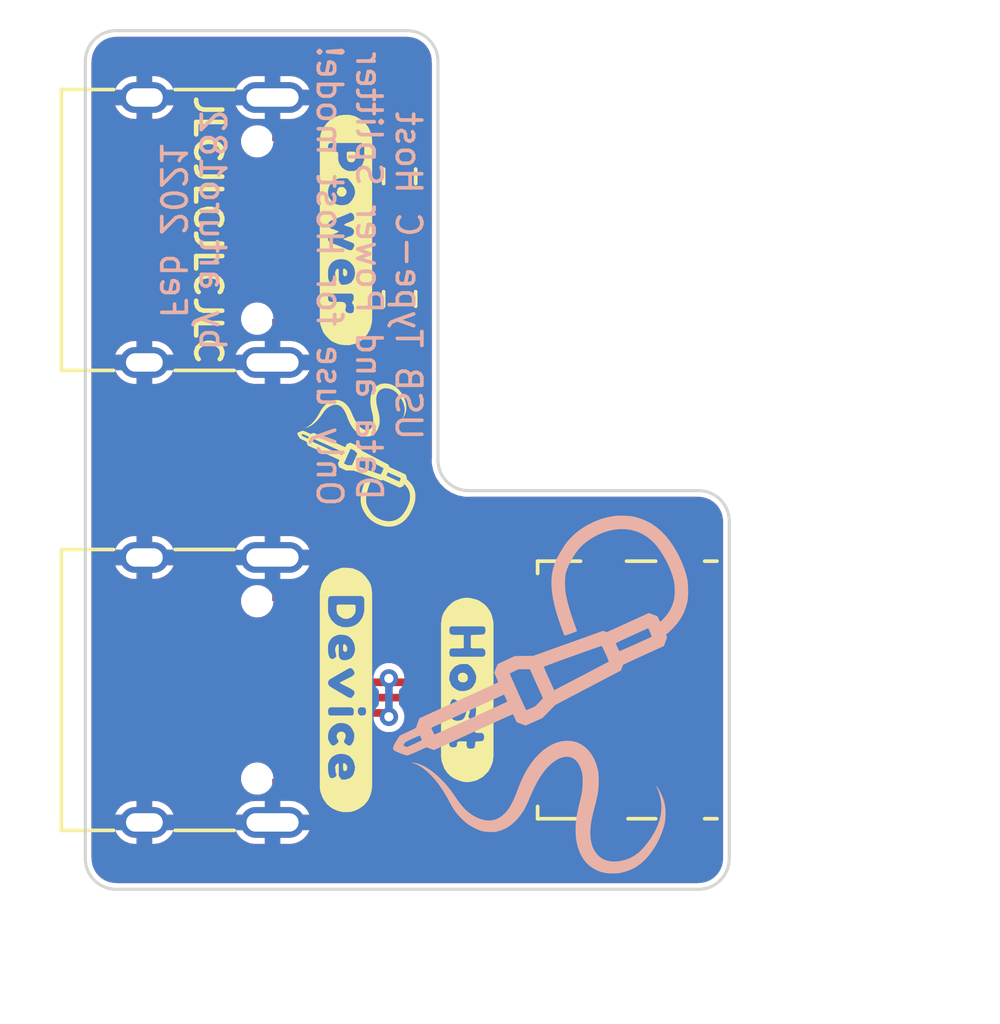
<source format=kicad_pcb>
(kicad_pcb (version 20210126) (generator pcbnew)
  (layers (0 "F.Cu" signal) (31 "B.Cu" signal) (34 "B.Paste" user) (35 "F.Paste" user) (36 "B.SilkS" user "B.Silkscreen") (37 "F.SilkS" user "F.Silkscreen") (38 "B.Mask" user) (39 "F.Mask" user) (44 "Edge.Cuts" user))
  (net 0 "")
  (net 1 "GND")
  (net 2 "VBUS")
  (net 3 "Net-(J1-PadA5)")
  (net 4 "Net-(J1-PadB5)")
  (net 5 "Net-(J2-PadA5)")
  (net 6 "Net-(J2-PadA7)")
  (net 7 "Net-(J2-PadA6)")
  (net 8 "Net-(J2-PadB5)")
  (footprint "Resistor_SMD:R_0603_1608Metric" (layer "F.Cu") (at 157.25 70.75 90)
    (fp_text reference "R1" hide)
    (fp_text value "5.1K")
    (pad "1" smd roundrect (at -0.825 0 90) (size 0.8 0.95) (layers "F.Cu" "F.Paste" "F.Mask") (net 3 "Net-(J1-PadA5)"))
    (pad "2" smd roundrect (at 0.825 0 90) (size 0.8 0.95) (layers "F.Cu" "F.Paste" "F.Mask") (net 1 "GND"))
  )
  (footprint "buzzardLabel" (layer "F.Cu") (at 155.5 72.5 -90)
    (fp_text reference "" (at 0 0 90) (layer "F.SilkS") (effects (font (size 1.27 1.27))))
    (fp_text value "" (at 0 0 90) (layer "F.SilkS") (effects (font (size 1.27 1.27))))
  )
  (footprint "Connector_USB_Extra:USB_C_Plug_UTC009-C12" (layer "F.Cu") (at 162 87.5 90)
    (fp_text reference "P1" hide)
    (fp_text value "Plug")
    (pad "A1" smd rect (at 2.75 -0.2 90) (size 0.35 1.9) (layers "F.Cu" "F.Paste" "F.Mask") (net 1 "GND"))
    (pad "A4" smd rect (at 1.25 -0.2 90) (size 0.35 1.9) (layers "F.Cu" "F.Paste" "F.Mask") (net 2 "VBUS"))
    (pad "A5" smd rect (at 0.75 -0.2 90) (size 0.35 1.9) (layers "F.Cu" "F.Paste" "F.Mask") (net 5 "Net-(J2-PadA5)"))
    (pad "A6" smd rect (at 0.25 -0.2 90) (size 0.35 1.9) (layers "F.Cu" "F.Paste" "F.Mask") (net 7 "Net-(J2-PadA6)"))
    (pad "A7" smd rect (at -0.25 -0.2 90) (size 0.35 1.9) (layers "F.Cu" "F.Paste" "F.Mask") (net 6 "Net-(J2-PadA7)"))
    (pad "A10" smd rect (at -1.75 -0.2 90) (size 0.35 1.9) (layers "F.Cu" "F.Paste" "F.Mask"))
    (pad "A11" smd rect (at -2.25 -0.2 90) (size 0.35 1.9) (layers "F.Cu" "F.Paste" "F.Mask"))
    (pad "B2" smd rect (at -2.75 -0.2 90) (size 0.35 1.9) (layers "F.Cu" "F.Paste" "F.Mask"))
    (pad "B3" smd rect (at -1.25 -0.2 90) (size 0.35 1.9) (layers "F.Cu" "F.Paste" "F.Mask"))
    (pad "B5" smd rect (at -0.75 -0.2 90) (size 0.35 1.9) (layers "F.Cu" "F.Paste" "F.Mask") (net 8 "Net-(J2-PadB5)"))
    (pad "B9" smd rect (at 1.75 -0.2 90) (size 0.35 1.9) (layers "F.Cu" "F.Paste" "F.Mask") (net 2 "VBUS"))
    (pad "B12" smd rect (at 2.25 -0.2 90) (size 0.35 1.9) (layers "F.Cu" "F.Paste" "F.Mask") (net 1 "GND"))
    (pad "S1" smd rect (at 3.4 -0.1 90) (size 0.65 2.1) (layers "F.Cu" "F.Paste" "F.Mask") (net 1 "GND"))
    (pad "S1" smd rect (at -1.75 4.5 90) (size 1.2 1.2) (layers "F.Cu" "F.Paste" "F.Mask") (net 1 "GND"))
    (pad "S1" smd rect (at 1.25 2.75 90) (size 1.2 1.2) (layers "F.Cu" "F.Paste" "F.Mask") (net 1 "GND"))
    (pad "S1" smd rect (at -1.25 2.75 90) (size 1.2 1.2) (layers "F.Cu" "F.Paste" "F.Mask") (net 1 "GND"))
    (pad "S1" smd rect (at 1.75 4.5 90) (size 1.2 1.2) (layers "F.Cu" "F.Paste" "F.Mask") (net 1 "GND"))
    (pad "S1" smd rect (at 4.55 4.4 90) (size 1.5 1.4) (layers "F.Cu" "F.Paste" "F.Mask") (net 1 "GND"))
    (pad "S1" smd rect (at -4.55 1.9 90) (size 1.5 1.4) (layers "F.Cu" "F.Paste" "F.Mask") (net 1 "GND"))
    (pad "S1" smd rect (at -4.55 4.4 90) (size 1.5 1.4) (layers "F.Cu" "F.Paste" "F.Mask") (net 1 "GND"))
    (pad "S1" smd rect (at -3.4 -0.1 90) (size 0.65 2.1) (layers "F.Cu" "F.Paste" "F.Mask") (net 1 "GND"))
    (pad "S1" smd rect (at 4.55 1.9 90) (size 1.5 1.3) (layers "F.Cu" "F.Paste" "F.Mask") (net 1 "GND"))
  )
  (footprint "buzzardLabel" (layer "F.Cu") (at 159.455 87.5 -90)
    (fp_text reference "" (at 0 0 90) (layer "F.SilkS") (effects (font (size 1.27 1.27))))
    (fp_text value "" (at 0 0 90) (layer "F.SilkS") (effects (font (size 1.27 1.27))))
  )
  (footprint "buzzardLabel" (layer "F.Cu") (at 155.5 87.5 -90)
    (fp_text reference "" (at 0 0 90) (layer "F.SilkS") (effects (font (size 1.27 1.27))))
    (fp_text value "" (at 0 0 90) (layer "F.SilkS") (effects (font (size 1.27 1.27))))
  )
  (footprint "Connector_USB:USB_C_Receptacle_XKB_U262-16XN-4BVC11" (layer "F.Cu") (at 150 87.5 -90)
    (fp_text reference "J2" hide)
    (fp_text value "Data")
    (pad "" np_thru_hole circle (at 2.89 -2.605 270) (size 0.65 0.65) (drill 0.65) (layers *.Cu *.Mask))
    (pad "" np_thru_hole circle (at -2.89 -2.605 270) (size 0.65 0.65) (drill 0.65) (layers *.Cu *.Mask))
    (pad "A1" smd rect (at -3.35 -3.67 270) (size 0.3 1.15) (layers "F.Cu" "F.Paste" "F.Mask") (net 1 "GND"))
    (pad "A4" smd rect (at -2.55 -3.67 270) (size 0.3 1.15) (layers "F.Cu" "F.Paste" "F.Mask") (net 2 "VBUS"))
    (pad "A5" smd rect (at -1.25 -3.67 270) (size 0.3 1.15) (layers "F.Cu" "F.Paste" "F.Mask") (net 5 "Net-(J2-PadA5)"))
    (pad "A6" smd rect (at -0.25 -3.67 270) (size 0.3 1.15) (layers "F.Cu" "F.Paste" "F.Mask") (net 7 "Net-(J2-PadA6)"))
    (pad "A7" smd rect (at 0.25 -3.67 270) (size 0.3 1.15) (layers "F.Cu" "F.Paste" "F.Mask") (net 6 "Net-(J2-PadA7)"))
    (pad "A8" smd rect (at 1.25 -3.67 270) (size 0.3 1.15) (layers "F.Cu" "F.Paste" "F.Mask"))
    (pad "A9" smd rect (at 2.55 -3.67 270) (size 0.3 1.15) (layers "F.Cu" "F.Paste" "F.Mask") (net 2 "VBUS"))
    (pad "A12" smd rect (at 3.35 -3.67 270) (size 0.3 1.15) (layers "F.Cu" "F.Paste" "F.Mask") (net 1 "GND"))
    (pad "B1" smd rect (at 3.05 -3.67 270) (size 0.3 1.15) (layers "F.Cu" "F.Paste" "F.Mask") (net 1 "GND"))
    (pad "B4" smd rect (at 2.25 -3.67 270) (size 0.3 1.15) (layers "F.Cu" "F.Paste" "F.Mask") (net 2 "VBUS"))
    (pad "B5" smd rect (at 1.75 -3.67 270) (size 0.3 1.15) (layers "F.Cu" "F.Paste" "F.Mask") (net 8 "Net-(J2-PadB5)"))
    (pad "B6" smd rect (at 0.75 -3.67 270) (size 0.3 1.15) (layers "F.Cu" "F.Paste" "F.Mask") (net 7 "Net-(J2-PadA6)"))
    (pad "B7" smd rect (at -0.75 -3.67 270) (size 0.3 1.15) (layers "F.Cu" "F.Paste" "F.Mask") (net 6 "Net-(J2-PadA7)"))
    (pad "B8" smd rect (at -1.75 -3.67 270) (size 0.3 1.15) (layers "F.Cu" "F.Paste" "F.Mask"))
    (pad "B9" smd rect (at -2.25 -3.67 270) (size 0.3 1.15) (layers "F.Cu" "F.Paste" "F.Mask") (net 2 "VBUS"))
    (pad "B12" smd rect (at -3.05 -3.67 270) (size 0.3 1.15) (layers "F.Cu" "F.Paste" "F.Mask") (net 1 "GND"))
    (pad "S1" thru_hole oval (at 4.32 -3.105 270) (size 1 2.1) (drill oval 0.6 1.7) (layers *.Cu *.Mask "F.Paste") (net 1 "GND"))
    (pad "S1" thru_hole oval (at 4.32 1.075 270) (size 1 1.6) (drill oval 0.6 1.2) (layers *.Cu *.Mask "F.Paste") (net 1 "GND"))
    (pad "S1" thru_hole oval (at -4.32 1.075 270) (size 1 1.6) (drill oval 0.6 1.2) (layers *.Cu *.Mask "F.Paste") (net 1 "GND"))
    (pad "S1" thru_hole oval (at -4.32 -3.105 270) (size 1 2.1) (drill oval 0.6 1.7) (layers *.Cu *.Mask "F.Paste") (net 1 "GND"))
  )
  (footprint "Connector_USB:USB_C_Receptacle_XKB_U262-16XN-4BVC11" (layer "F.Cu") (at 150 72.5 -90)
    (fp_text reference "J1" hide)
    (fp_text value "Power")
    (pad "" np_thru_hole circle (at 2.89 -2.605 270) (size 0.65 0.65) (drill 0.65) (layers *.Cu *.Mask))
    (pad "" np_thru_hole circle (at -2.89 -2.605 270) (size 0.65 0.65) (drill 0.65) (layers *.Cu *.Mask))
    (pad "A1" smd rect (at -3.35 -3.67 270) (size 0.3 1.15) (layers "F.Cu" "F.Paste" "F.Mask") (net 1 "GND"))
    (pad "A4" smd rect (at -2.55 -3.67 270) (size 0.3 1.15) (layers "F.Cu" "F.Paste" "F.Mask") (net 2 "VBUS"))
    (pad "A5" smd rect (at -1.25 -3.67 270) (size 0.3 1.15) (layers "F.Cu" "F.Paste" "F.Mask") (net 3 "Net-(J1-PadA5)"))
    (pad "A6" smd rect (at -0.25 -3.67 270) (size 0.3 1.15) (layers "F.Cu" "F.Paste" "F.Mask"))
    (pad "A7" smd rect (at 0.25 -3.67 270) (size 0.3 1.15) (layers "F.Cu" "F.Paste" "F.Mask"))
    (pad "A8" smd rect (at 1.25 -3.67 270) (size 0.3 1.15) (layers "F.Cu" "F.Paste" "F.Mask"))
    (pad "A9" smd rect (at 2.55 -3.67 270) (size 0.3 1.15) (layers "F.Cu" "F.Paste" "F.Mask") (net 2 "VBUS"))
    (pad "A12" smd rect (at 3.35 -3.67 270) (size 0.3 1.15) (layers "F.Cu" "F.Paste" "F.Mask") (net 1 "GND"))
    (pad "B1" smd rect (at 3.05 -3.67 270) (size 0.3 1.15) (layers "F.Cu" "F.Paste" "F.Mask") (net 1 "GND"))
    (pad "B4" smd rect (at 2.25 -3.67 270) (size 0.3 1.15) (layers "F.Cu" "F.Paste" "F.Mask") (net 2 "VBUS"))
    (pad "B5" smd rect (at 1.75 -3.67 270) (size 0.3 1.15) (layers "F.Cu" "F.Paste" "F.Mask") (net 4 "Net-(J1-PadB5)"))
    (pad "B6" smd rect (at 0.75 -3.67 270) (size 0.3 1.15) (layers "F.Cu" "F.Paste" "F.Mask"))
    (pad "B7" smd rect (at -0.75 -3.67 270) (size 0.3 1.15) (layers "F.Cu" "F.Paste" "F.Mask"))
    (pad "B8" smd rect (at -1.75 -3.67 270) (size 0.3 1.15) (layers "F.Cu" "F.Paste" "F.Mask"))
    (pad "B9" smd rect (at -2.25 -3.67 270) (size 0.3 1.15) (layers "F.Cu" "F.Paste" "F.Mask") (net 2 "VBUS"))
    (pad "B12" smd rect (at -3.05 -3.67 270) (size 0.3 1.15) (layers "F.Cu" "F.Paste" "F.Mask") (net 1 "GND"))
    (pad "S1" thru_hole oval (at 4.32 -3.105 270) (size 1 2.1) (drill oval 0.6 1.7) (layers *.Cu *.Mask "F.Paste") (net 1 "GND"))
    (pad "S1" thru_hole oval (at -4.32 -3.105 270) (size 1 2.1) (drill oval 0.6 1.7) (layers *.Cu *.Mask "F.Paste") (net 1 "GND"))
    (pad "S1" thru_hole oval (at 4.32 1.075 270) (size 1 1.6) (drill oval 0.6 1.2) (layers *.Cu *.Mask "F.Paste") (net 1 "GND"))
    (pad "S1" thru_hole oval (at -4.32 1.075 270) (size 1 1.6) (drill oval 0.6 1.2) (layers *.Cu *.Mask "F.Paste") (net 1 "GND"))
  )
  (footprint "Symbols_Extra:SolderParty-New-Logo_5x4.2mm_SilkScreen" (layer "F.Cu") (at 156 80 -90)
    (fp_text reference "G***" hide)
    (fp_text value "LOGO" hide)
  )
  (footprint "Resistor_SMD:R_0603_1608Metric" (layer "F.Cu") (at 157.25 74.75 -90)
    (fp_text reference "R2" hide)
    (fp_text value "5.1K")
    (pad "1" smd roundrect (at -0.825 0 270) (size 0.8 0.95) (layers "F.Cu" "F.Paste" "F.Mask") (net 4 "Net-(J1-PadB5)"))
    (pad "2" smd roundrect (at 0.825 0 270) (size 0.8 0.95) (layers "F.Cu" "F.Paste" "F.Mask") (net 1 "GND"))
  )
  (footprint "Symbols_Extra:SolderParty-New-Logo_12.5x10.6mm_SilkScreen" (layer "B.Cu") (at 162.25 87.25 90)
    (fp_text reference "G***" hide)
    (fp_text value "LOGO" hide)
  )
  (gr_arc (start 167 82) (end 167 81) (angle 90) (layer "Edge.Cuts") (width 0.1))
  (gr_arc (start 148 93) (end 148 94) (angle 90) (layer "Edge.Cuts") (width 0.1))
  (gr_line (start 147 93) (end 147 67) (layer "Edge.Cuts") (width 0.1))
  (gr_arc (start 167 93) (end 168 93) (angle 90) (layer "Edge.Cuts") (width 0.1))
  (gr_line (start 158.5 80) (end 158.5 67) (layer "Edge.Cuts") (width 0.1))
  (gr_line (start 168 82) (end 168 93) (layer "Edge.Cuts") (width 0.1))
  (gr_line (start 148 66) (end 157.5 66) (layer "Edge.Cuts") (width 0.1))
  (gr_line (start 167 81) (end 159.5 81) (layer "Edge.Cuts") (width 0.1))
  (gr_arc (start 148 67) (end 147 67) (angle 90) (layer "Edge.Cuts") (width 0.1))
  (gr_arc (start 157.5 67) (end 157.5 66) (angle 90) (layer "Edge.Cuts") (width 0.1))
  (gr_line (start 167 94) (end 148 94) (layer "Edge.Cuts") (width 0.1))
  (gr_arc (start 159.5 80) (end 159.5 81) (angle 90) (layer "Edge.Cuts") (width 0.1))
  (gr_text "by arturo182\nFeb 2021" (at 150.5 72.5 -90) (layer "B.SilkS") (effects (font (size 0.8 0.8) (thickness 0.12)) (justify mirror)))
  (gr_text "USB Type-C Host\nData and Power Splitter\nOnly use for Host mode!" (at 156.25 74 -90) (layer "B.SilkS") (effects (font (size 0.8 0.8) (thickness 0.12)) (justify mirror)))
  (gr_text "JLCJLCJLCJLC" (at 151 72.5 -90) (layer "F.SilkS") (effects (font (size 0.85 0.85))))
  (segment (start 155.35 71.25) (end 153.67 71.25) (width 0.25) (layer "F.Cu") (net 3))
  (segment (start 155.6 71.5) (end 155.35 71.25) (width 0.25) (layer "F.Cu") (net 3))
  (segment (start 157.175 71.5) (end 155.6 71.5) (width 0.25) (layer "F.Cu") (net 3))
  (segment (start 157.175 74) (end 155.6 74) (width 0.25) (layer "F.Cu") (net 4))
  (segment (start 155.35 74.25) (end 155.6 74) (width 0.25) (layer "F.Cu") (net 4))
  (segment (start 153.67 74.25) (end 155.35 74.25) (width 0.25) (layer "F.Cu") (net 4))
  (segment (start 153.67 86.25) (end 154.4 86.25) (width 0.25) (layer "F.Cu") (net 5))
  (segment (start 154.4 86.25) (end 154.649989 86.499989) (width 0.25) (layer "F.Cu") (net 5))
  (segment (start 153.67 86.23) (end 153.674989 86.225011) (width 0.25) (layer "F.Cu") (net 5))
  (segment (start 157.450017 86.75) (end 157.200006 86.499989) (width 0.25) (layer "F.Cu") (net 5))
  (segment (start 153.67 86.25) (end 153.67 86.23) (width 0.25) (layer "F.Cu") (net 5))
  (segment (start 161.8 86.75) (end 157.450017 86.75) (width 0.25) (layer "F.Cu") (net 5))
  (segment (start 157.200006 86.499989) (end 154.649989 86.499989) (width 0.25) (layer "F.Cu") (net 5))
  (segment (start 152.7 87.59002) (end 152.85998 87.75) (width 0.25) (layer "F.Cu") (net 6))
  (segment (start 152.85 86.75) (end 152.7 86.9) (width 0.25) (layer "F.Cu") (net 6))
  (segment (start 152.7 86.9) (end 152.7 87.59002) (width 0.25) (layer "F.Cu") (net 6))
  (segment (start 153.67 86.75) (end 152.85 86.75) (width 0.25) (layer "F.Cu") (net 6))
  (segment (start 153.67 87.75) (end 161.8 87.75) (width 0.25) (layer "F.Cu") (net 6))
  (segment (start 152.85998 87.75) (end 153.67 87.75) (width 0.25) (layer "F.Cu") (net 6))
  (segment (start 161.8 87.25) (end 153.67 87.25) (width 0.25) (layer "F.Cu") (net 7))
  (segment (start 156.775 88.25) (end 156.9 88.375) (width 0.25) (layer "F.Cu") (net 7))
  (segment (start 153.67 88.25) (end 156.775 88.25) (width 0.25) (layer "F.Cu") (net 7))
  (via (at 156.9 88.375) (size 0.6) (drill 0.3) (layers "F.Cu" "B.Cu") (net 7))
  (via (at 156.9 87.125) (size 0.6) (drill 0.3) (layers "F.Cu" "B.Cu") (net 7))
  (segment (start 156.9 88.375) (end 156.9 87.125) (width 0.25) (layer "B.Cu") (net 7))
  (segment (start 154.73002 89) (end 154.9 89) (width 0.25) (layer "F.Cu") (net 8))
  (segment (start 154.73002 89) (end 157.2 89) (width 0.25) (layer "F.Cu") (net 8))
  (segment (start 154.48002 89.25) (end 154.73002 89) (width 0.25) (layer "F.Cu") (net 8))
  (segment (start 157.2 89) (end 157.95 88.25) (width 0.25) (layer "F.Cu") (net 8))
  (segment (start 153.67 89.25) (end 154.48002 89.25) (width 0.25) (layer "F.Cu") (net 8))
  (segment (start 157.95 88.25) (end 161.8 88.25) (width 0.25) (layer "F.Cu") (net 8))
  (zone (net 1) (net_name "GND") (layers F&B.Cu) (connect_pads (clearance 0.2)) (min_thickness 0.2) (fill yes (thermal_gap 0.2) (thermal_bridge_width 0.508))
    (polygon (pts (xy 170 95) (xy 145 95) (xy 145 65) (xy 170 65)))
  )
  (zone (net 2) (net_name "VBUS") (layer "F.Cu") (priority 1) (connect_pads yes (clearance 0.2)) (min_thickness 0.2) (fill yes (thermal_gap 0.2) (thermal_bridge_width 0.508) (smoothing fillet) (radius 0.5))
    (polygon (pts (xy 154.3 70.5) (xy 153 70.5) (xy 153 74.5) (xy 154.3 74.5) (xy 154.3 75.3) (xy 152 75.3) (xy 152 84.7) (xy 154.8 84.7) (xy 155.6 85.5) (xy 162.8 85.5) (xy 162.8 86.5) (xy 155.6 86.5) (xy 154.6 85.5) (xy 153 85.5) (xy 153 89.5) (xy 154.3 89.5) (xy 154.3 90.3) (xy 150.6 90.3) (xy 150.6 69.7) (xy 154.3 69.7)))
  )
)
</source>
